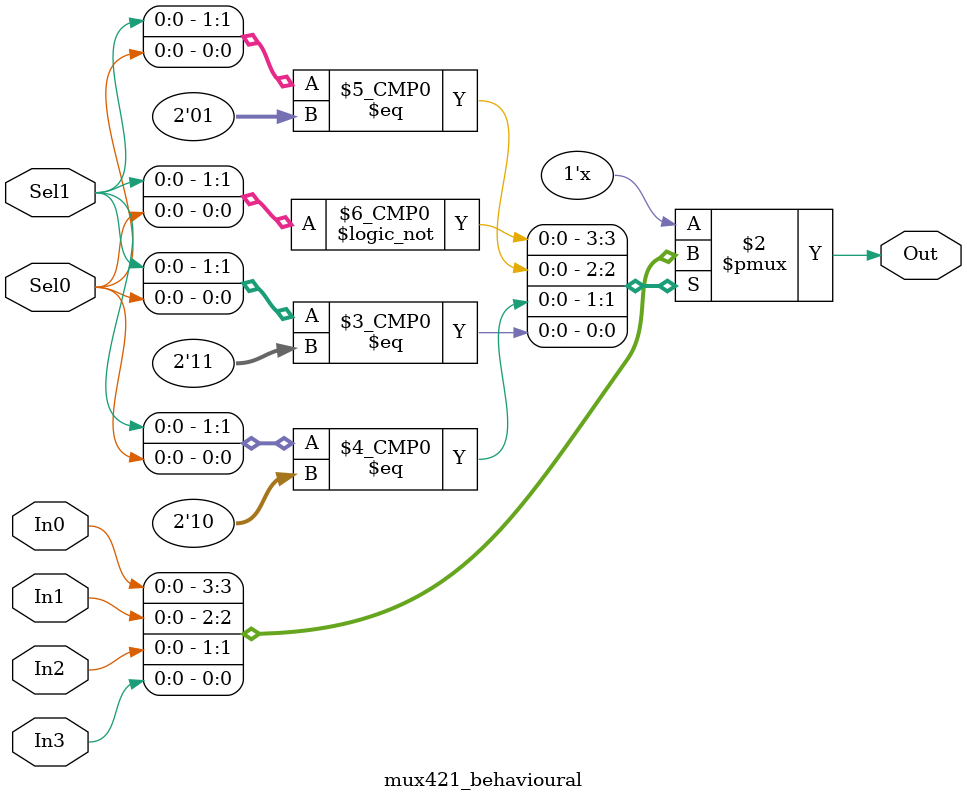
<source format=v>
module mux421_behavioural (Out, In0, In1, In2, In3, Sel0, Sel1);
output Out;
input In0, In1, In2, In3, Sel0, Sel1;

reg Out;

always @ (Sel1 or Sel0 or In0 or In1 or In2 or In3)
begin
  case ({Sel1,Sel0})
    2'b00 : Out = In0;
    2'b01 : Out = In1;
    2'b10 : Out = In2;
    2'b11 : Out = In3;
    default : Out = 1'bx;
  endcase
end

endmodule // mux421_behavioural

</source>
